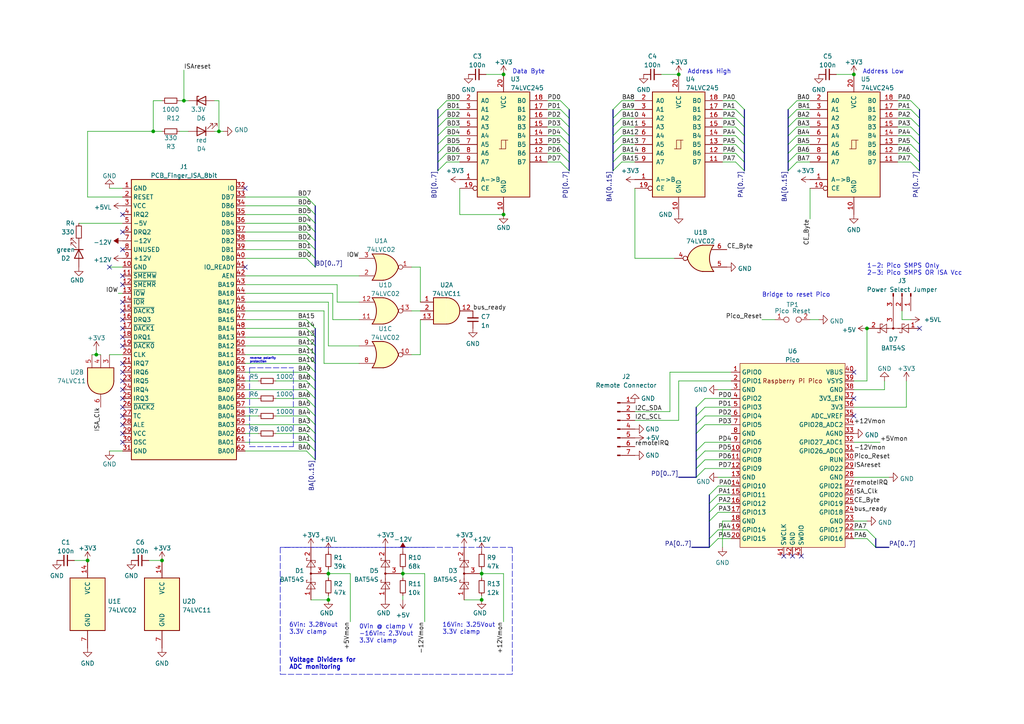
<source format=kicad_sch>
(kicad_sch (version 20211123) (generator eeschema)
  (paper "A4")
  (title_block (title "PicoPOST Prototype") (date "2023-01-01") (rev "0.6") (company "The Retro Web Community") (comment 1 "Schematic by Matthew Petry (fireTwoOneNine) and other contributors"))
  (junction (at 25.4 162.56))
  (junction (at 251.46 95.25))
  (junction (at 116.84 166.37))
  (junction (at 139.7 166.37))
  (junction (at 44.45 38.1))
  (junction (at 196.85 21.59))
  (junction (at 46.99 162.56))
  (junction (at 139.7 173.99))
  (junction (at 63.5 38.1))
  (junction (at 95.25 173.99))
  (junction (at 247.65 21.59))
  (junction (at 53.34 29.21))
  (junction (at 146.05 21.59))
  (junction (at 27.94 102.87))
  (junction (at 95.25 166.37))
  (junction (at 146.05 62.23))
  (no_connect (at 35.56 107.95))
  (no_connect (at 31.75 77.47))
  (no_connect (at 35.56 97.79))
  (no_connect (at 71.12 77.47))
  (no_connect (at 71.12 54.61))
  (no_connect (at 35.56 115.57))
  (no_connect (at 35.56 80.01))
  (no_connect (at 247.65 115.57))
  (no_connect (at 35.56 110.49))
  (no_connect (at 35.56 120.65))
  (no_connect (at 35.56 92.71))
  (no_connect (at 35.56 105.41))
  (no_connect (at 35.56 123.19))
  (no_connect (at 35.56 118.11))
  (no_connect (at 35.56 100.33))
  (no_connect (at 35.56 87.63))
  (no_connect (at 35.56 128.27))
  (no_connect (at 227.33 161.29))
  (no_connect (at 229.87 161.29))
  (no_connect (at 232.41 161.29))
  (no_connect (at 266.7 95.25))
  (no_connect (at 247.65 120.65))
  (no_connect (at 35.56 125.73))
  (no_connect (at 35.56 82.55))
  (no_connect (at 35.56 62.23))
  (no_connect (at 35.56 90.17))
  (no_connect (at 35.56 95.25))
  (no_connect (at 35.56 72.39))
  (no_connect (at 247.65 107.95))
  (no_connect (at 35.56 113.03))
  (no_connect (at 35.56 67.31))
  (bus_entry (at 213.36 36.83) (size 2.54 2.54))
  (bus_entry (at 213.36 34.29) (size 2.54 2.54))
  (bus_entry (at 264.16 34.29) (size 2.54 2.54))
  (bus_entry (at 88.9 59.69) (size 2.54 2.54))
  (bus_entry (at 231.14 44.45) (size -2.54 2.54))
  (bus_entry (at 213.36 46.99) (size 2.54 2.54))
  (bus_entry (at 264.16 41.91) (size 2.54 2.54))
  (bus_entry (at 213.36 29.21) (size 2.54 2.54))
  (bus_entry (at 88.9 128.27) (size 2.54 2.54))
  (bus_entry (at 88.9 113.03) (size 2.54 2.54))
  (bus_entry (at 231.14 31.75) (size -2.54 2.54))
  (bus_entry (at 213.36 39.37) (size 2.54 2.54))
  (bus_entry (at 231.14 39.37) (size -2.54 2.54))
  (bus_entry (at 231.14 46.99) (size -2.54 2.54))
  (bus_entry (at 205.74 151.13) (size 2.54 -2.54))
  (bus_entry (at 88.9 118.11) (size 2.54 2.54))
  (bus_entry (at 88.9 72.39) (size 2.54 2.54))
  (bus_entry (at 205.74 146.05) (size 2.54 -2.54))
  (bus_entry (at 264.16 29.21) (size 2.54 2.54))
  (bus_entry (at 129.54 46.99) (size -2.54 2.54))
  (bus_entry (at 129.54 44.45) (size -2.54 2.54))
  (bus_entry (at 129.54 34.29) (size -2.54 2.54))
  (bus_entry (at 129.54 36.83) (size -2.54 2.54))
  (bus_entry (at 129.54 39.37) (size -2.54 2.54))
  (bus_entry (at 129.54 41.91) (size -2.54 2.54))
  (bus_entry (at 88.9 105.41) (size 2.54 2.54))
  (bus_entry (at 129.54 31.75) (size -2.54 2.54))
  (bus_entry (at 88.9 67.31) (size 2.54 2.54))
  (bus_entry (at 88.9 110.49) (size 2.54 2.54))
  (bus_entry (at 180.34 46.99) (size -2.54 2.54))
  (bus_entry (at 180.34 44.45) (size -2.54 2.54))
  (bus_entry (at 180.34 39.37) (size -2.54 2.54))
  (bus_entry (at 180.34 41.91) (size -2.54 2.54))
  (bus_entry (at 180.34 31.75) (size -2.54 2.54))
  (bus_entry (at 180.34 34.29) (size -2.54 2.54))
  (bus_entry (at 180.34 29.21) (size -2.54 2.54))
  (bus_entry (at 180.34 36.83) (size -2.54 2.54))
  (bus_entry (at 88.9 115.57) (size 2.54 2.54))
  (bus_entry (at 88.9 100.33) (size 2.54 2.54))
  (bus_entry (at 264.16 39.37) (size 2.54 2.54))
  (bus_entry (at 264.16 44.45) (size 2.54 2.54))
  (bus_entry (at 88.9 92.71) (size 2.54 2.54))
  (bus_entry (at 213.36 44.45) (size 2.54 2.54))
  (bus_entry (at 88.9 102.87) (size 2.54 2.54))
  (bus_entry (at 208.28 156.21) (size -2.54 2.54))
  (bus_entry (at 208.28 153.67) (size -2.54 2.54))
  (bus_entry (at 88.9 95.25) (size 2.54 2.54))
  (bus_entry (at 88.9 69.85) (size 2.54 2.54))
  (bus_entry (at 231.14 41.91) (size -2.54 2.54))
  (bus_entry (at 201.93 130.81) (size 2.54 -2.54))
  (bus_entry (at 201.93 125.73) (size 2.54 -2.54))
  (bus_entry (at 201.93 133.35) (size 2.54 -2.54))
  (bus_entry (at 201.93 118.11) (size 2.54 -2.54))
  (bus_entry (at 201.93 123.19) (size 2.54 -2.54))
  (bus_entry (at 201.93 120.65) (size 2.54 -2.54))
  (bus_entry (at 201.93 138.43) (size 2.54 -2.54))
  (bus_entry (at 201.93 135.89) (size 2.54 -2.54))
  (bus_entry (at 162.56 41.91) (size 2.54 2.54))
  (bus_entry (at 162.56 29.21) (size 2.54 2.54))
  (bus_entry (at 162.56 31.75) (size 2.54 2.54))
  (bus_entry (at 162.56 34.29) (size 2.54 2.54))
  (bus_entry (at 162.56 36.83) (size 2.54 2.54))
  (bus_entry (at 162.56 39.37) (size 2.54 2.54))
  (bus_entry (at 162.56 44.45) (size 2.54 2.54))
  (bus_entry (at 162.56 46.99) (size 2.54 2.54))
  (bus_entry (at 264.16 36.83) (size 2.54 2.54))
  (bus_entry (at 205.74 148.59) (size 2.54 -2.54))
  (bus_entry (at 88.9 64.77) (size 2.54 2.54))
  (bus_entry (at 88.9 130.81) (size 2.54 2.54))
  (bus_entry (at 88.9 57.15) (size 2.54 2.54))
  (bus_entry (at 88.9 62.23) (size 2.54 2.54))
  (bus_entry (at 88.9 97.79) (size 2.54 2.54))
  (bus_entry (at 205.74 143.51) (size 2.54 -2.54))
  (bus_entry (at 264.16 46.99) (size 2.54 2.54))
  (bus_entry (at 264.16 31.75) (size 2.54 2.54))
  (bus_entry (at 231.14 29.21) (size -2.54 2.54))
  (bus_entry (at 88.9 123.19) (size 2.54 2.54))
  (bus_entry (at 251.46 156.21) (size 2.54 2.54))
  (bus_entry (at 251.46 153.67) (size 2.54 2.54))
  (bus_entry (at 127 31.75) (size 2.54 -2.54))
  (bus_entry (at 213.36 41.91) (size 2.54 2.54))
  (bus_entry (at 88.9 120.65) (size 2.54 2.54))
  (bus_entry (at 213.36 31.75) (size 2.54 2.54))
  (bus_entry (at 88.9 125.73) (size 2.54 2.54))
  (bus_entry (at 231.14 36.83) (size -2.54 2.54))
  (bus_entry (at 88.9 107.95) (size 2.54 2.54))
  (bus_entry (at 231.14 34.29) (size -2.54 2.54))
  (bus_entry (at 88.9 74.93) (size 2.54 2.54))
  (wire (pts (xy 101.6 166.37) (xy 101.6 180.34)))
  (wire (pts (xy 71.12 118.11) (xy 88.9 118.11)))
  (wire (pts (xy 139.7 173.99) (xy 139.7 172.72)))
  (bus (pts (xy 165.1 36.83) (xy 165.1 39.37)))
  (wire (pts (xy 80.01 120.65) (xy 88.9 120.65)))
  (wire (pts (xy 140.97 21.59) (xy 146.05 21.59)))
  (polyline (pts (xy 72.39 106.68) (xy 72.39 129.54)))
  (wire (pts (xy 31.75 54.61) (xy 35.56 54.61)))
  (wire (pts (xy 62.23 38.1) (xy 63.5 38.1)))
  (wire (pts (xy 96.52 85.09) (xy 96.52 92.71)))
  (wire (pts (xy 251.46 153.67) (xy 247.65 153.67)))
  (wire (pts (xy 71.12 125.73) (xy 74.93 125.73)))
  (wire (pts (xy 95.25 166.37) (xy 101.6 166.37)))
  (wire (pts (xy 71.12 85.09) (xy 96.52 85.09)))
  (wire (pts (xy 95.25 173.99) (xy 95.25 172.72)))
  (bus (pts (xy 91.44 110.49) (xy 91.44 113.03)))
  (wire (pts (xy 31.75 77.47) (xy 35.56 77.47)))
  (bus (pts (xy 91.44 120.65) (xy 91.44 123.19)))
  (bus (pts (xy 91.44 125.73) (xy 91.44 128.27)))
  (wire (pts (xy 158.75 41.91) (xy 162.56 41.91)))
  (wire (pts (xy 184.15 119.38) (xy 194.31 119.38)))
  (wire (pts (xy 71.12 110.49) (xy 74.93 110.49)))
  (wire (pts (xy 247.65 151.13) (xy 251.46 151.13)))
  (wire (pts (xy 180.34 41.91) (xy 184.15 41.91)))
  (bus (pts (xy 201.93 133.35) (xy 201.93 135.89)))
  (wire (pts (xy 116.84 165.1) (xy 116.84 166.37)))
  (wire (pts (xy 209.55 29.21) (xy 213.36 29.21)))
  (wire (pts (xy 231.14 44.45) (xy 234.95 44.45)))
  (wire (pts (xy 133.35 54.61) (xy 133.35 62.23)))
  (wire (pts (xy 71.12 120.65) (xy 74.93 120.65)))
  (wire (pts (xy 231.14 39.37) (xy 234.95 39.37)))
  (bus (pts (xy 266.7 34.29) (xy 266.7 36.83)))
  (wire (pts (xy 71.12 113.03) (xy 88.9 113.03)))
  (wire (pts (xy 158.75 44.45) (xy 162.56 44.45)))
  (wire (pts (xy 35.56 85.09) (xy 34.29 85.09)))
  (bus (pts (xy 91.44 130.81) (xy 91.44 133.35)))
  (wire (pts (xy 204.47 133.35) (xy 212.09 133.35)))
  (bus (pts (xy 91.44 105.41) (xy 91.44 107.95)))
  (wire (pts (xy 71.12 74.93) (xy 88.9 74.93)))
  (wire (pts (xy 204.47 118.11) (xy 212.09 118.11)))
  (wire (pts (xy 71.12 90.17) (xy 93.98 90.17)))
  (wire (pts (xy 93.98 105.41) (xy 104.14 105.41)))
  (bus (pts (xy 200.66 158.75) (xy 205.74 158.75)))
  (bus (pts (xy 215.9 31.75) (xy 215.9 34.29)))
  (wire (pts (xy 71.12 59.69) (xy 88.9 59.69)))
  (wire (pts (xy 95.25 87.63) (xy 95.25 100.33)))
  (bus (pts (xy 91.44 67.31) (xy 91.44 64.77)))
  (polyline (pts (xy 82.55 158.75) (xy 83.82 158.75)))
  (bus (pts (xy 91.44 69.85) (xy 91.44 67.31)))
  (bus (pts (xy 165.1 46.99) (xy 165.1 49.53)))
  (wire (pts (xy 242.57 21.59) (xy 247.65 21.59)))
  (wire (pts (xy 71.12 80.01) (xy 104.14 80.01)))
  (wire (pts (xy 71.12 72.39) (xy 88.9 72.39)))
  (bus (pts (xy 127 44.45) (xy 127 46.99)))
  (wire (pts (xy 234.95 54.61) (xy 234.95 63.5)))
  (wire (pts (xy 180.34 29.21) (xy 184.15 29.21)))
  (wire (pts (xy 97.79 82.55) (xy 71.12 82.55)))
  (wire (pts (xy 204.47 115.57) (xy 212.09 115.57)))
  (bus (pts (xy 205.74 151.13) (xy 205.74 156.21)))
  (wire (pts (xy 247.65 138.43) (xy 257.81 138.43)))
  (wire (pts (xy 71.12 130.81) (xy 88.9 130.81)))
  (wire (pts (xy 208.28 156.21) (xy 212.09 156.21)))
  (wire (pts (xy 260.35 44.45) (xy 264.16 44.45)))
  (wire (pts (xy 180.34 34.29) (xy 184.15 34.29)))
  (wire (pts (xy 158.75 46.99) (xy 162.56 46.99)))
  (bus (pts (xy 177.8 46.99) (xy 177.8 49.53)))
  (wire (pts (xy 209.55 39.37) (xy 213.36 39.37)))
  (wire (pts (xy 62.23 29.21) (xy 63.5 29.21)))
  (wire (pts (xy 71.12 92.71) (xy 88.9 92.71)))
  (bus (pts (xy 266.7 31.75) (xy 266.7 34.29)))
  (wire (pts (xy 116.84 166.37) (xy 116.84 167.64)))
  (wire (pts (xy 212.09 110.49) (xy 196.85 110.49)))
  (wire (pts (xy 260.35 41.91) (xy 264.16 41.91)))
  (bus (pts (xy 215.9 46.99) (xy 215.9 49.53)))
  (wire (pts (xy 129.54 41.91) (xy 133.35 41.91)))
  (wire (pts (xy 261.62 90.17) (xy 261.62 92.71)))
  (wire (pts (xy 119.38 77.47) (xy 121.92 77.47)))
  (wire (pts (xy 209.55 44.45) (xy 213.36 44.45)))
  (wire (pts (xy 212.09 107.95) (xy 194.31 107.95)))
  (wire (pts (xy 43.18 162.56) (xy 46.99 162.56)))
  (wire (pts (xy 46.99 29.21) (xy 44.45 29.21)))
  (wire (pts (xy 204.47 123.19) (xy 212.09 123.19)))
  (wire (pts (xy 133.35 62.23) (xy 146.05 62.23)))
  (bus (pts (xy 127 39.37) (xy 127 41.91)))
  (bus (pts (xy 177.8 31.75) (xy 177.8 34.29)))
  (wire (pts (xy 25.4 57.15) (xy 35.56 57.15)))
  (wire (pts (xy 208.28 138.43) (xy 212.09 138.43)))
  (bus (pts (xy 165.1 39.37) (xy 165.1 41.91)))
  (wire (pts (xy 27.94 102.87) (xy 29.21 102.87)))
  (wire (pts (xy 54.61 38.1) (xy 52.07 38.1)))
  (wire (pts (xy 180.34 39.37) (xy 184.15 39.37)))
  (wire (pts (xy 46.99 38.1) (xy 44.45 38.1)))
  (wire (pts (xy 204.47 130.81) (xy 212.09 130.81)))
  (bus (pts (xy 127 31.75) (xy 127 34.29)))
  (wire (pts (xy 71.12 100.33) (xy 88.9 100.33)))
  (bus (pts (xy 205.74 148.59) (xy 205.74 151.13)))
  (wire (pts (xy 71.12 69.85) (xy 88.9 69.85)))
  (wire (pts (xy 71.12 105.41) (xy 88.9 105.41)))
  (bus (pts (xy 196.85 138.43) (xy 201.93 138.43)))
  (wire (pts (xy 25.4 38.1) (xy 44.45 38.1)))
  (bus (pts (xy 254 156.21) (xy 254 158.75)))
  (polyline (pts (xy 82.55 158.75) (xy 124.46 158.75)))
  (bus (pts (xy 201.93 135.89) (xy 201.93 138.43)))
  (wire (pts (xy 208.2612 156.21) (xy 208.28 156.21)))
  (wire (pts (xy 184.15 74.93) (xy 195.58 74.93)))
  (wire (pts (xy 231.14 36.83) (xy 234.95 36.83)))
  (wire (pts (xy 71.12 97.79) (xy 88.9 97.79)))
  (polyline (pts (xy 81.28 158.75) (xy 124.46 158.75)))
  (wire (pts (xy 196.85 110.49) (xy 196.85 121.92)))
  (wire (pts (xy 80.01 115.57) (xy 88.9 115.57)))
  (bus (pts (xy 205.74 156.21) (xy 205.74 158.75)))
  (wire (pts (xy 129.54 44.45) (xy 133.35 44.45)))
  (wire (pts (xy 54.61 29.21) (xy 53.34 29.21)))
  (wire (pts (xy 95.25 166.37) (xy 95.25 167.64)))
  (wire (pts (xy 209.55 34.29) (xy 213.36 34.29)))
  (wire (pts (xy 158.75 39.37) (xy 162.56 39.37)))
  (wire (pts (xy 209.55 151.13) (xy 209.55 158.75)))
  (bus (pts (xy 91.44 64.77) (xy 91.44 62.23)))
  (wire (pts (xy 194.31 107.95) (xy 194.31 119.38)))
  (wire (pts (xy 191.77 21.59) (xy 196.85 21.59)))
  (wire (pts (xy 212.09 151.13) (xy 209.55 151.13)))
  (bus (pts (xy 266.7 39.37) (xy 266.7 41.91)))
  (bus (pts (xy 228.6 39.37) (xy 228.6 41.91)))
  (bus (pts (xy 266.7 41.91) (xy 266.7 44.45)))
  (bus (pts (xy 177.8 41.91) (xy 177.8 44.45)))
  (wire (pts (xy 95.25 100.33) (xy 104.14 100.33)))
  (polyline (pts (xy 148.59 158.75) (xy 148.59 195.58)))
  (bus (pts (xy 91.44 62.23) (xy 91.44 59.69)))
  (wire (pts (xy 31.75 130.81) (xy 35.56 130.81)))
  (bus (pts (xy 91.44 102.87) (xy 91.44 105.41)))
  (wire (pts (xy 204.47 120.65) (xy 212.09 120.65)))
  (bus (pts (xy 228.6 31.75) (xy 228.6 34.29)))
  (wire (pts (xy 71.12 115.57) (xy 74.93 115.57)))
  (wire (pts (xy 212.09 140.97) (xy 208.28 140.97)))
  (bus (pts (xy 91.44 95.25) (xy 91.44 97.79)))
  (wire (pts (xy 71.12 107.95) (xy 88.9 107.95)))
  (wire (pts (xy 204.47 135.89) (xy 212.09 135.89)))
  (bus (pts (xy 215.9 44.45) (xy 215.9 46.99)))
  (wire (pts (xy 93.98 90.17) (xy 93.98 105.41)))
  (wire (pts (xy 231.14 29.21) (xy 234.95 29.21)))
  (wire (pts (xy 209.55 31.75) (xy 213.36 31.75)))
  (wire (pts (xy 129.54 36.83) (xy 133.35 36.83)))
  (bus (pts (xy 201.93 130.81) (xy 201.93 133.35)))
  (wire (pts (xy 116.84 166.37) (xy 123.19 166.37)))
  (bus (pts (xy 91.44 100.33) (xy 91.44 102.87)))
  (bus (pts (xy 165.1 41.91) (xy 165.1 44.45)))
  (wire (pts (xy 180.34 31.75) (xy 184.15 31.75)))
  (polyline (pts (xy 124.46 158.75) (xy 148.59 158.75)))
  (wire (pts (xy 251.46 156.21) (xy 247.65 156.21)))
  (wire (pts (xy 71.12 64.77) (xy 88.9 64.77)))
  (bus (pts (xy 266.7 46.99) (xy 266.7 49.53)))
  (wire (pts (xy 129.54 39.37) (xy 133.35 39.37)))
  (wire (pts (xy 139.7 166.37) (xy 139.7 167.64)))
  (bus (pts (xy 127 36.83) (xy 127 39.37)))
  (wire (pts (xy 256.54 113.03) (xy 256.54 110.49)))
  (bus (pts (xy 91.44 97.79) (xy 91.44 100.33)))
  (wire (pts (xy 231.14 46.99) (xy 234.95 46.99)))
  (wire (pts (xy 71.12 67.31) (xy 88.9 67.31)))
  (bus (pts (xy 266.7 44.45) (xy 266.7 46.99)))
  (wire (pts (xy 231.14 31.75) (xy 234.95 31.75)))
  (bus (pts (xy 215.9 39.37) (xy 215.9 41.91)))
  (bus (pts (xy 91.44 72.39) (xy 91.44 69.85)))
  (bus (pts (xy 266.7 36.83) (xy 266.7 39.37)))
  (polyline (pts (xy 72.39 106.68) (xy 85.09 106.68)))
  (wire (pts (xy 71.12 57.15) (xy 88.9 57.15)))
  (wire (pts (xy 71.12 95.25) (xy 88.9 95.25)))
  (wire (pts (xy 119.38 90.17) (xy 121.92 90.17)))
  (wire (pts (xy 27.94 102.87) (xy 26.67 102.87)))
  (wire (pts (xy 129.54 31.75) (xy 133.35 31.75)))
  (wire (pts (xy 97.79 87.63) (xy 97.79 82.55)))
  (bus (pts (xy 205.74 143.51) (xy 205.74 146.05)))
  (bus (pts (xy 228.6 46.99) (xy 228.6 49.53)))
  (polyline (pts (xy 72.39 129.54) (xy 85.09 129.54)))
  (wire (pts (xy 180.34 36.83) (xy 184.15 36.83)))
  (bus (pts (xy 228.6 41.91) (xy 228.6 44.45)))
  (wire (pts (xy 121.92 102.87) (xy 121.92 92.71)))
  (wire (pts (xy 247.65 113.03) (xy 256.54 113.03)))
  (wire (pts (xy 261.62 92.71) (xy 264.16 92.71)))
  (wire (pts (xy 129.54 34.29) (xy 133.35 34.29)))
  (wire (pts (xy 96.52 92.71) (xy 104.14 92.71)))
  (wire (pts (xy 260.35 39.37) (xy 264.16 39.37)))
  (bus (pts (xy 91.44 128.27) (xy 91.44 130.81)))
  (bus (pts (xy 228.6 36.83) (xy 228.6 39.37)))
  (wire (pts (xy 212.09 148.59) (xy 208.28 148.59)))
  (wire (pts (xy 116.84 173.99) (xy 116.84 172.72)))
  (wire (pts (xy 212.09 146.05) (xy 208.28 146.05)))
  (wire (pts (xy 180.34 44.45) (xy 184.15 44.45)))
  (wire (pts (xy 158.75 29.21) (xy 162.56 29.21)))
  (wire (pts (xy 129.54 29.21) (xy 133.35 29.21)))
  (bus (pts (xy 127 34.29) (xy 127 36.83)))
  (wire (pts (xy 247.65 128.27) (xy 255.27 128.27)))
  (wire (pts (xy 139.7 165.1) (xy 139.7 166.37)))
  (polyline (pts (xy 81.28 195.58) (xy 124.46 195.58)))
  (polyline (pts (xy 148.59 195.58) (xy 124.46 195.58)))
  (wire (pts (xy 158.75 36.83) (xy 162.56 36.83)))
  (wire (pts (xy 123.19 166.37) (xy 123.19 180.34)))
  (bus (pts (xy 215.9 41.91) (xy 215.9 44.45)))
  (bus (pts (xy 177.8 36.83) (xy 177.8 39.37)))
  (bus (pts (xy 91.44 77.47) (xy 91.44 74.93)))
  (wire (pts (xy 71.12 128.27) (xy 88.9 128.27)))
  (bus (pts (xy 205.74 146.05) (xy 205.74 148.59)))
  (bus (pts (xy 165.1 44.45) (xy 165.1 46.99)))
  (wire (pts (xy 212.09 143.51) (xy 208.28 143.51)))
  (bus (pts (xy 177.8 44.45) (xy 177.8 46.99)))
  (bus (pts (xy 201.93 120.65) (xy 201.93 123.19)))
  (bus (pts (xy 91.44 118.11) (xy 91.44 120.65)))
  (bus (pts (xy 228.6 44.45) (xy 228.6 46.99)))
  (bus (pts (xy 254 158.75) (xy 257.81 158.75)))
  (bus (pts (xy 215.9 34.29) (xy 215.9 36.83)))
  (bus (pts (xy 91.44 107.95) (xy 91.44 110.49)))
  (wire (pts (xy 180.34 46.99) (xy 184.15 46.99)))
  (wire (pts (xy 71.12 123.19) (xy 88.9 123.19)))
  (bus (pts (xy 177.8 39.37) (xy 177.8 41.91)))
  (wire (pts (xy 231.14 41.91) (xy 234.95 41.91)))
  (wire (pts (xy 209.55 41.91) (xy 213.36 41.91)))
  (bus (pts (xy 91.44 74.93) (xy 91.44 72.39)))
  (wire (pts (xy 97.79 87.63) (xy 104.14 87.63)))
  (wire (pts (xy 22.86 64.77) (xy 35.56 64.77)))
  (wire (pts (xy 184.15 54.61) (xy 184.15 74.93)))
  (bus (pts (xy 201.93 125.73) (xy 201.93 130.81)))
  (wire (pts (xy 121.92 77.47) (xy 121.92 87.63)))
  (wire (pts (xy 251.46 110.49) (xy 251.46 95.25)))
  (wire (pts (xy 25.4 57.15) (xy 25.4 38.1)))
  (wire (pts (xy 262.89 118.11) (xy 247.65 118.11)))
  (bus (pts (xy 91.44 123.19) (xy 91.44 125.73)))
  (polyline (pts (xy 85.09 129.54) (xy 85.09 106.68)))
  (wire (pts (xy 119.38 102.87) (xy 121.92 102.87)))
  (wire (pts (xy 27.94 101.6) (xy 27.94 102.87)))
  (wire (pts (xy 146.05 166.37) (xy 146.05 180.34)))
  (wire (pts (xy 80.01 110.49) (xy 88.9 110.49)))
  (bus (pts (xy 165.1 34.29) (xy 165.1 36.83)))
  (wire (pts (xy 53.34 29.21) (xy 53.34 20.32)))
  (wire (pts (xy 234.95 92.71) (xy 237.49 92.71)))
  (wire (pts (xy 139.7 166.37) (xy 146.05 166.37)))
  (bus (pts (xy 201.93 118.11) (xy 201.93 120.65)))
  (wire (pts (xy 63.5 38.1) (xy 64.77 38.1)))
  (wire (pts (xy 260.35 34.29) (xy 264.16 34.29)))
  (wire (pts (xy 247.65 110.49) (xy 251.46 110.49)))
  (wire (pts (xy 53.34 29.21) (xy 52.07 29.21)))
  (bus (pts (xy 177.8 34.29) (xy 177.8 36.83)))
  (wire (pts (xy 220.98 92.71) (xy 224.79 92.71)))
  (bus (pts (xy 228.6 34.29) (xy 228.6 36.83)))
  (wire (pts (xy 231.14 34.29) (xy 234.95 34.29)))
  (wire (pts (xy 204.47 128.27) (xy 212.09 128.27)))
  (wire (pts (xy 208.28 153.67) (xy 212.09 153.67)))
  (wire (pts (xy 209.55 36.83) (xy 213.36 36.83)))
  (wire (pts (xy 158.75 34.29) (xy 162.56 34.29)))
  (wire (pts (xy 260.35 46.99) (xy 264.16 46.99)))
  (polyline (pts (xy 81.28 158.75) (xy 81.28 195.58)))
  (bus (pts (xy 165.1 31.75) (xy 165.1 34.29)))
  (wire (pts (xy 209.55 46.99) (xy 213.36 46.99)))
  (bus (pts (xy 127 46.99) (xy 127 49.53)))
  (bus (pts (xy 91.44 115.57) (xy 91.44 118.11)))
  (bus (pts (xy 201.93 123.19) (xy 201.93 125.73)))
  (wire (pts (xy 90.17 173.99) (xy 95.25 173.99)))
  (bus (pts (xy 127 41.91) (xy 127 44.45)))
  (wire (pts (xy 134.62 173.99) (xy 139.7 173.99)))
  (wire (pts (xy 71.12 87.63) (xy 95.25 87.63)))
  (wire (pts (xy 158.75 31.75) (xy 162.56 31.75)))
  (wire (pts (xy 80.01 125.73) (xy 88.9 125.73)))
  (wire (pts (xy 44.45 38.1) (xy 44.45 29.21)))
  (wire (pts (xy 31.75 102.87) (xy 35.56 102.87)))
  (wire (pts (xy 95.25 165.1) (xy 95.25 166.37)))
  (wire (pts (xy 71.12 102.87) (xy 88.9 102.87)))
  (wire (pts (xy 208.28 153.67) (xy 208.2612 153.67)))
  (bus (pts (xy 215.9 36.83) (xy 215.9 39.37)))
  (wire (pts (xy 184.15 121.92) (xy 196.85 121.92)))
  (bus (pts (xy 91.44 113.03) (xy 91.44 115.57)))
  (wire (pts (xy 129.54 46.99) (xy 133.35 46.99)))
  (wire (pts (xy 262.89 110.49) (xy 262.89 118.11)))
  (wire (pts (xy 260.35 36.83) (xy 264.16 36.83)))
  (wire (pts (xy 260.35 31.75) (xy 264.16 31.75)))
  (wire (pts (xy 71.12 62.23) (xy 88.9 62.23)))
  (wire (pts (xy 63.5 38.1) (xy 63.5 29.21)))
  (wire (pts (xy 21.59 162.56) (xy 25.4 162.56)))
  (wire (pts (xy 208.28 113.03) (xy 212.09 113.03)))
  (wire (pts (xy 260.35 29.21) (xy 264.16 29.21)))
  (text "6Vin: 3.28Vout\n3.3V clamp" (at 83.82 184.15 0) (effects (font (size 1.27 1.27)) (justify left bottom)))
  (text "Voltage Dividers for\nADC monitoring" (at 83.82 194.31 0) (effects (font (size 1.27 1.27) (thickness 0.254) bold) (justify left bottom)))
  (text "reverse polarity\nprotection" (at 72.39 105.41 0) (effects (font (size 0.635 0.635)) (justify left bottom)))
  (text "Data Byte\n" (at 148.59 21.59 0) (effects (font (size 1.27 1.27)) (justify left bottom)))
  (text "Bridge to reset Pico" (at 220.98 86.36 0) (effects (font (size 1.27 1.27)) (justify left bottom)))
  (text "0Vin @ clamp V\n-16Vin: 2.3Vout\n3.3V clamp" (at 104.14 186.69 0) (effects (font (size 1.27 1.27)) (justify left bottom)))
  (text "Address High" (at 199.39 21.59 0) (effects (font (size 1.27 1.27)) (justify left bottom)))
  (text "1-2: Pico SMPS Only\n2-3: Pico SMPS OR ISA Vcc" (at 251.46 80.01 0) (effects (font (size 1.27 1.27)) (justify left bottom)))
  (text "Address Low" (at 250.19 21.59 0) (effects (font (size 1.27 1.27)) (justify left bottom)))
  (text "16Vin: 3.25Vout\n3.3V clamp" (at 128.27 184.15 0) (effects (font (size 1.27 1.27)) (justify left bottom)))
  (label "BA[0..15]" (at 91.44 133.35 270))
  (label "BD3" (at 129.54 36.83 0))
  (label "BA5" (at 231.14 41.91 0))
  (label "BA11" (at 86.36 102.87 0))
  (label "PA[0..7]" (at 266.7 49.53 270))
  (label "BD5" (at 86.36 62.23 0))
  (label "+5Vmon" (at 101.6 180.34 270))
  (label "PA2" (at 209.55 34.29 0))
  (label "PA0" (at 209.55 29.21 0))
  (label "BA8" (at 86.36 110.49 0))
  (label "PD0" (at 208.28 115.57 0))
  (label "BA7" (at 231.14 46.99 0))
  (label "BA3" (at 231.14 36.83 0))
  (label "PD5" (at 158.75 41.91 0))
  (label "ISA_Clk" (at 29.21 118.11 270))
  (label "ISAreset" (at 53.34 20.32 0))
  (label "PA[0..7]" (at 257.81 158.75 0))
  (label "BA14" (at 86.36 95.25 0))
  (label "BD6" (at 129.54 44.45 0))
  (label "BD0" (at 86.36 74.93 0))
  (label "CE_Byte" (at 234.95 63.5 270))
  (label "PD2" (at 158.75 34.29 0))
  (label "-12Vmon" (at 247.65 130.81 0))
  (label "PA3" (at 208.28 148.59 0))
  (label "PD4" (at 208.28 128.27 0))
  (label "BA4" (at 86.36 120.65 0))
  (label "PA7" (at 247.65 153.67 0))
  (label "BD2" (at 86.36 69.85 0))
  (label "BA9" (at 86.36 107.95 0))
  (label "PA6" (at 247.65 156.21 0))
  (label "Pico_Reset" (at 220.98 92.71 180))
  (label "PD1" (at 158.75 31.75 0))
  (label "BD[0..7]" (at 91.44 77.47 0))
  (label "BA8" (at 180.34 29.21 0))
  (label "BA6" (at 231.14 44.45 0))
  (label "BD0" (at 129.54 29.21 0))
  (label "remoteIRQ" (at 184.15 129.54 0))
  (label "PD3" (at 208.28 123.19 0))
  (label "BD3" (at 86.36 67.31 0))
  (label "PA4" (at 209.55 39.37 0))
  (label "+12Vmon" (at 146.05 180.34 270))
  (label "BD6" (at 86.36 59.69 0))
  (label "I2C_SCL" (at 184.15 121.92 0))
  (label "PD3" (at 158.75 36.83 0))
  (label "PA3" (at 260.35 36.83 0))
  (label "BA13" (at 86.36 97.79 0))
  (label "PA7" (at 209.55 46.99 0))
  (label "BA0" (at 231.14 29.21 0))
  (label "ISAreset" (at 247.65 135.89 0))
  (label "PD[0..7]" (at 165.1 49.53 270))
  (label "PA2" (at 260.35 34.29 0))
  (label "IOW" (at 104.14 74.93 180))
  (label "PD5" (at 208.28 130.81 0))
  (label "I2C_SDA" (at 184.15 119.38 0))
  (label "PD7" (at 208.28 135.89 0))
  (label "PD[0..7]" (at 196.85 138.43 180))
  (label "BD5" (at 129.54 41.91 0))
  (label "PA[0..7]" (at 215.9 49.53 270))
  (label "CE_Byte" (at 247.65 146.05 0))
  (label "ISA_Clk" (at 247.65 143.51 0))
  (label "BA2" (at 231.14 34.29 0))
  (label "BA1" (at 86.36 128.27 0))
  (label "PA0" (at 260.35 29.21 0))
  (label "BA1" (at 231.322 31.75 0))
  (label "PA4" (at 260.35 39.37 0))
  (label "+12Vmon" (at 247.65 123.19 0))
  (label "BA14" (at 180.34 44.45 0))
  (label "BA15" (at 86.36 92.71 0))
  (label "BD2" (at 129.54 34.29 0))
  (label "bus_ready" (at 247.65 148.59 0))
  (label "PD6" (at 158.75 44.45 0))
  (label "BD7" (at 86.36 57.15 0))
  (label "PA1" (at 260.35 31.75 0))
  (label "PA1" (at 208.28 143.51 0))
  (label "remoteIRQ" (at 247.65 140.97 0))
  (label "BA4" (at 231.14 39.37 0))
  (label "BA11" (at 180.34 36.83 0))
  (label "BA0" (at 86.36 130.81 0))
  (label "PA3" (at 209.55 36.83 0))
  (label "BA6" (at 86.36 115.57 0))
  (label "BD1" (at 86.36 72.39 0))
  (label "BA7" (at 86.36 113.03 0))
  (label "BA5" (at 86.36 118.11 0))
  (label "IOW" (at 34.29 85.09 180))
  (label "PD2" (at 208.28 120.65 0))
  (label "PD1" (at 208.28 118.11 0))
  (label "BD4" (at 86.36 64.77 0))
  (label "BD1" (at 129.54 31.75 0))
  (label "BA10" (at 180.34 34.29 0))
  (label "BA[0..15]" (at 177.8 49.53 270))
  (label "BA12" (at 86.36 100.33 0))
  (label "PD4" (at 158.75 39.37 0))
  (label "PA2" (at 208.28 146.05 0))
  (label "BA10" (at 86.36 105.41 0))
  (label "PA[0..7]" (at 200.66 158.75 180))
  (label "BA9" (at 180.34 31.75 0))
  (label "BD4" (at 129.54 39.37 0))
  (label "PA7" (at 260.35 46.99 0))
  (label "PA4" (at 208.28 153.67 0))
  (label "BA[0..15]" (at 228.6 49.53 270))
  (label "BD[0..7]" (at 127 49.53 270))
  (label "PD7" (at 158.75 46.99 0))
  (label "PA6" (at 260.35 44.45 0))
  (label "BA2" (at 86.36 125.73 0))
  (label "bus_ready" (at 137.16 90.17 0))
  (label "PA0" (at 208.4558 140.97 0))
  (label "PA5" (at 209.55 41.91 0))
  (label "PA5" (at 260.35 41.91 0))
  (label "BA13" (at 180.34 41.91 0))
  (label "BA3" (at 86.36 123.19 0))
  (label "PD6" (at 208.28 133.35 0))
  (label "CE_Byte" (at 210.82 72.39 0))
  (label "PA1" (at 209.55 31.75 0))
  (label "BD7" (at 129.54 46.99 0))
  (label "PD0" (at 158.75 29.21 0))
  (label "+5Vmon" (at 255.27 128.27 0))
  (label "BA15" (at 180.34 46.99 0))
  (label "PA6" (at 209.55 44.45 0))
  (label "-12Vmon" (at 123.19 180.34 270))
  (label "BA12" (at 180.34 39.37 0))
  (label "Pico_Reset" (at 247.65 133.35 0))
  (label "PA5" (at 208.28 156.21 0))
  (symbol (lib_id "Device:R_Small") (at 77.47 125.73 270) (unit 1)
    (property "Reference" "R8" (at 73.66 124.46 90))
    (property "Value" "1000" (at 82.55 124.46 90))
    (property "Footprint" "Resistor_SMD:R_1206_3216Metric_Pad1.30x1.75mm_HandSolder" (effects hide))
  )
  (symbol (lib_id "Device:R_Small") (at 77.47 120.65 270) (unit 1)
    (property "Reference" "R7" (at 73.66 119.38 90))
    (property "Value" "1000" (at 82.55 119.38 90))
    (property "Footprint" "Resistor_SMD:R_1206_3216Metric_Pad1.30x1.75mm_HandSolder" (effects hide))
  )
  (symbol (lib_id "Device:R_Small") (at 77.47 115.57 270) (unit 1)
    (property "Reference" "R6" (at 73.66 114.3 90))
    (property "Value" "1000" (at 82.55 114.3 90))
    (property "Footprint" "Resistor_SMD:R_1206_3216Metric_Pad1.30x1.75mm_HandSolder" (effects hide))
  )
  (symbol (lib_id "Device:R_Small") (at 77.47 110.49 270) (unit 1)
    (property "Reference" "R5" (at 73.66 109.22 90))
    (property "Value" "1000" (at 82.55 109.22 90))
    (property "Footprint" "Resistor_SMD:R_1206_3216Metric_Pad1.30x1.75mm_HandSolder" (effects hide))
  )
  (symbol (lib_id "power:GND") (at 16.51 162.56 0) (unit 1)
    (property "Reference" "#PWR03" (effects hide))
    (property "Value" "GND" (at 16.51 167.0034 0))
  )
  (symbol (lib_id "Device:C_Small") (at 138.43 21.59 90) (unit 1)
    (property "Reference" "C3" (at 138.4363 16.3281 90))
    (property "Value" "100n" (at 138.4363 18.865 90))
    (property "Footprint" "Capacitor_SMD:C_1206_3216Metric_Pad1.33x1.80mm_HandSolder" (effects hide))
  )
  (symbol (lib_id "Device:R_Small") (at 49.53 29.21 270) (unit 1)
    (property "Reference" "R12" (at 48.26 34.29 90) (effects (justify left)))
    (property "Value" "1000" (at 46.99 31.75 90) (effects (justify left)))
    (property "Footprint" "Resistor_SMD:R_1206_3216Metric_Pad1.30x1.75mm_HandSolder" (effects hide))
  )
  (symbol (lib_id "power:GND") (at 146.05 62.23 0) (unit 1)
    (property "Reference" "#PWR07" (effects hide))
    (property "Value" "GND" (at 146.05 66.04 0))
  )
  (symbol (lib_id "power:GND") (at 111.76 173.99 0) (unit 1)
    (property "Reference" "#PWR026" (effects hide))
    (property "Value" "GND" (at 109.22 177.8 0) (effects (justify left)))
  )
  (symbol (lib_id "power:GND") (at 208.28 138.43 270) (unit 1)
    (property "Reference" "#PWR0116" (effects hide))
    (property "Value" "GND" (at 201.93 139.7 90) (effects (justify left)))
  )
  (symbol (lib_id "power:+3.3V") (at 134.62 158.75 0) (unit 1)
    (property "Reference" "#PWR031" (effects hide))
    (property "Value" "+3.3V" (at 134.62 155.1742 0))
  )
  (symbol (lib_id "power:-12V") (at 35.56 69.85 90) (unit 1)
    (property "Reference" "#PWR023" (effects hide))
    (property "Value" "-12V" (at 32.385 70.2838 90) (effects (justify left)))
  )
  (symbol (lib_id "power:GND") (at 186.69 21.59 0) (unit 1)
    (property "Reference" "#PWR0113" (effects hide))
    (property "Value" "GND" (at 186.69 26.0334 0))
  )
  (symbol (lib_id "Device:R_Small") (at 95.25 170.18 0) (unit 1)
    (property "Reference" "R2" (at 96.7486 169.3453 0) (effects (justify left)))
    (property "Value" "47k" (at 96.7486 171.8822 0) (effects (justify left)))
    (property "Footprint" "Resistor_SMD:R_1206_3216Metric_Pad1.30x1.75mm_HandSolder" (effects hide))
  )
  (symbol (lib_id "power:GND") (at 237.49 21.59 0) (unit 1)
    (property "Reference" "#PWR0112" (effects hide))
    (property "Value" "GND" (at 237.49 26.0334 0))
  )
  (symbol (lib_id "74xx:74LS02") (at 111.76 77.47 0) (mirror x) (unit 1)
    (property "Reference" "U1" (at 110.49 69.85 0))
    (property "Value" "74LVC02" (at 110.49 72.39 0))
    (property "Footprint" "Package_SO:SO-14_3.9x8.65mm_P1.27mm" (effects hide))
    (property "Datasheet" "http://www.ti.com/lit/gpn/sn74ls02" (effects hide))
  )
  (symbol (lib_id "Device:C_Small") (at 189.23 21.59 90) (unit 1)
    (property "Reference" "C4" (at 189.2363 16.3281 90))
    (property "Value" "100n" (at 189.2363 18.865 90))
    (property "Footprint" "Capacitor_SMD:C_1206_3216Metric_Pad1.33x1.80mm_HandSolder" (effects hide))
  )
  (symbol (lib_id "power:GND") (at 251.46 151.13 90) (unit 1)
    (property "Reference" "#PWR0109" (effects hide))
    (property "Value" "GND" (at 254.635 151.5638 90) (effects (justify right)))
  )
  (symbol (lib_id "power:+3.3V") (at 262.89 110.49 0) (unit 1)
    (property "Reference" "#PWR020" (effects hide))
    (property "Value" "+3.3V" (at 262.89 106.9142 0))
  )
  (symbol (lib_id "power:GND") (at 247.65 62.23 0) (unit 1)
    (property "Reference" "#PWR011" (effects hide))
    (property "Value" "GND" (at 247.65 66.6734 0))
  )
  (symbol (lib_id "Device:R_Small") (at 22.86 67.31 180) (unit 1)
    (property "Reference" "R4" (at 19.05 64.77 0) (effects (justify right)))
    (property "Value" "330" (at 17.78 67.31 0) (effects (justify right)))
    (property "Footprint" "Resistor_SMD:R_1206_3216Metric_Pad1.30x1.75mm_HandSolder" (effects hide))
  )
  (symbol (lib_id "power:GND") (at 22.86 77.47 0) (unit 1)
    (property "Reference" "#PWR021" (effects hide))
    (property "Value" "GND" (at 20.32 81.28 0) (effects (justify left)))
  )
  (symbol (lib_id "74xx:74HC02") (at 111.76 102.87 0) (mirror x) (unit 3)
    (property "Reference" "U1" (at 111.76 95.3602 0))
    (property "Value" "74LVC02" (at 111.76 97.8971 0))
    (property "Footprint" "Package_SO:SO-14_3.9x8.65mm_P1.27mm" (effects hide))
    (property "Datasheet" "http://www.ti.com/lit/gpn/sn74hc02" (effects hide))
  )
  (symbol (lib_id "Diode:BAT54S") (at 259.08 95.25 180) (unit 1)
    (property "Reference" "D7" (at 259.08 98.4234 0))
    (property "Value" "BAT54S" (at 259.08 100.9603 0))
    (property "Footprint" "Package_TO_SOT_SMD:SOT-23_Handsoldering" (effects hide))
    (property "Datasheet" "https://www.diodes.com/assets/Datasheets/ds11005.pdf" (effects hide))
  )
  (symbol (lib_id "74xx:74HC02") (at 111.76 90.17 0) (mirror x) (unit 4)
    (property "Reference" "U1" (at 111.76 82.6602 0))
    (property "Value" "74LVC02" (at 111.76 85.1971 0))
    (property "Footprint" "Package_SO:SO-14_3.9x8.65mm_P1.27mm" (effects hide))
    (property "Datasheet" "http://www.ti.com/lit/gpn/sn74hc02" (effects hide))
  )
  (symbol (lib_id "Device:R_Small") (at 139.7 162.56 0) (unit 1)
    (property "Reference" "R9" (at 141.1986 161.7253 0) (effects (justify left)))
    (property "Value" "47k" (at 141.1986 164.2622 0) (effects (justify left)))
    (property "Footprint" "Resistor_SMD:R_1206_3216Metric_Pad1.30x1.75mm_HandSolder" (effects hide))
  )
  (symbol (lib_id "Device:R_Small") (at 116.84 162.56 0) (unit 1)
    (property "Reference" "R10" (at 118.3386 161.7253 0) (effects (justify left)))
    (property "Value" "68k" (at 118.3386 164.2622 0) (effects (justify left)))
    (property "Footprint" "Resistor_SMD:R_1206_3216Metric_Pad1.30x1.75mm_HandSolder" (effects hide))
  )
  (symbol (lib_id "power:+3.3V") (at 234.95 52.07 90) (unit 1)
    (property "Reference" "#PWR010" (effects hide))
    (property "Value" "+3.3V" (at 236.22 49.53 90) (effects (justify left)))
  )
  (symbol (lib_id "Diode:BAT54S") (at 134.62 166.37 90) (unit 1)
    (property "Reference" "D3" (at 132.715 165.5353 90) (effects (justify left)))
    (property "Value" "BAT54S" (at 132.715 168.0722 90) (effects (justify left)))
    (property "Footprint" "Package_TO_SOT_SMD:SOT-23_Handsoldering" (effects hide))
    (property "Datasheet" "https://www.diodes.com/assets/Datasheets/ds11005.pdf" (effects hide))
  )
  (symbol (lib_id "ISAfinger:PCB_Finger_ISA_8bit") (at 53.34 92.71 0) (unit 1)
    (property "Reference" "J1" (at 53.34 48.3702 0))
    (property "Value" "PCB_Finger_ISA_8bit" (at 53.34 50.9071 0))
    (property "Footprint" "IDEcardedge:BUS_IDE8" (effects hide))
    (property "Datasheet" "https://en.wikipedia.org/wiki/Industry_Standard_Architecture" (effects hide))
  )
  (symbol (lib_id "74xx:74LS11") (at 129.54 90.17 0) (unit 1)
    (property "Reference" "U2" (at 129.54 82.6602 0))
    (property "Value" "74LVC11" (at 129.54 85.1971 0))
    (property "Footprint" "Package_SO:SO-14_3.9x8.65mm_P1.27mm" (effects hide))
    (property "Datasheet" "http://www.ti.com/lit/gpn/sn74LS11" (effects hide))
  )
  (symbol (lib_id "power:GND") (at 256.54 110.49 180) (unit 1)
    (property "Reference" "#PWR019" (effects hide))
    (property "Value" "GND" (at 256.54 106.9142 0))
  )
  (symbol (lib_id "Device:LED") (at 22.86 73.66 270) (unit 1)
    (property "Reference" "D2" (at 19.05 74.93 90))
    (property "Value" "green" (at 19.05 72.39 90))
    (property "Footprint" "LED_THT:LED_D3.0mm" (effects hide))
  )
  (symbol (lib_id "power:GND") (at 31.75 54.61 180) (unit 1)
    (property "Reference" "#PWR05" (effects hide))
    (property "Value" "GND" (at 31.75 51.0342 0))
  )
  (symbol (lib_id "power:GND") (at 208.28 113.03 270) (unit 1)
    (property "Reference" "#PWR0107" (effects hide))
    (property "Value" "GND" (at 203.2 113.03 90))
  )
  (symbol (lib_id "power:+5VL") (at 35.56 59.69 90) (unit 1)
    (property "Reference" "#PWR017" (effects hide))
    (property "Value" "+5VL" (at 32.385 60.1238 90) (effects (justify left)))
  )
  (symbol (lib_id "power:+5V") (at 184.15 127 270) (unit 1)
    (property "Reference" "#PWR015" (effects hide))
    (property "Value" "+5V" (at 189.23 127 90))
  )
  (symbol (lib_id "power:+3.3V") (at 247.65 21.59 0) (unit 1)
    (property "Reference" "#PWR014" (effects hide))
    (property "Value" "+3.3V" (at 247.65 18.0142 0))
  )
  (symbol (lib_id "Device:R_Small") (at 95.25 162.56 0) (unit 1)
    (property "Reference" "R1" (at 96.7486 161.7253 0) (effects (justify left)))
    (property "Value" "39k" (at 96.7486 164.2622 0) (effects (justify left)))
    (property "Footprint" "Resistor_SMD:R_1206_3216Metric_Pad1.30x1.75mm_HandSolder" (effects hide))
  )
  (symbol (lib_id "Device:C_Small") (at 19.05 162.56 90) (unit 1)
    (property "Reference" "C1" (at 19.0563 157.2981 90))
    (property "Value" "100n" (at 19.0563 159.835 90))
    (property "Footprint" "Capacitor_SMD:C_1206_3216Metric_Pad1.33x1.80mm_HandSolder" (effects hide))
  )
  (symbol (lib_id "74xx:74LS02") (at 203.2 74.93 180) (unit 2)
    (property "Reference" "U1" (at 203.2 67.4202 0))
    (property "Value" "74LVC02" (at 203.2 69.9571 0))
    (property "Footprint" "Package_SO:SO-14_3.9x8.65mm_P1.27mm" (effects hide))
    (property "Datasheet" "http://www.ti.com/lit/gpn/sn74ls02" (effects hide))
  )
  (symbol (lib_id "power:+5VL") (at 264.16 92.71 270) (unit 1)
    (property "Reference" "#PWR037" (effects hide))
    (property "Value" "+5VL" (at 270.51 92.71 90))
  )
  (symbol (lib_id "power:GND") (at 38.1 162.56 0) (unit 1)
    (property "Reference" "#PWR0104" (effects hide))
    (property "Value" "GND" (at 38.1 167.0034 0))
  )
  (symbol (lib_id "power:+3.3V") (at 184.15 52.07 90) (unit 1)
    (property "Reference" "#PWR08" (effects hide))
    (property "Value" "+3.3V" (at 185.42 49.53 90) (effects (justify left)))
  )
  (symbol (lib_id "power:GND") (at 139.7 173.99 0) (unit 1)
    (property "Reference" "#PWR033" (effects hide))
    (property "Value" "GND" (at 137.16 177.8 0) (effects (justify left)))
  )
  (symbol (lib_id "power:+3V3") (at 27.94 101.6 0) (unit 1)
    (property "Reference" "#PWR0117" (effects hide))
    (property "Value" "+3V3" (at 27.94 98.0242 0))
  )
  (symbol (lib_id "power:GND") (at 184.15 116.84 180) (unit 1)
    (property "Reference" "#PWR034" (effects hide))
    (property "Value" "GND" (at 187.96 115.57 0))
  )
  (symbol (lib_id "power:+5V") (at 116.84 173.99 180) (unit 1)
    (property "Reference" "#PWR030" (effects hide))
    (property "Value" "+5V" (at 116.84 178.4334 0))
  )
  (symbol (lib_id "Device:R_Small") (at 139.7 170.18 0) (unit 1)
    (property "Reference" "R13" (at 141.1986 169.3453 0) (effects (justify left)))
    (property "Value" "12k" (at 141.1986 171.8822 0) (effects (justify left)))
    (property "Footprint" "Resistor_SMD:R_1206_3216Metric_Pad1.30x1.75mm_HandSolder" (effects hide))
  )
  (symbol (lib_id "Device:R_Small") (at 49.53 38.1 270) (unit 1)
    (property "Reference" "R3" (at 49.53 42.5364 90))
    (property "Value" "330" (at 49.53 39.9995 90))
    (property "Footprint" "Resistor_SMD:R_1206_3216Metric_Pad1.30x1.75mm_HandSolder" (effects hide))
  )
  (symbol (lib_id "power:GND") (at 247.65 125.73 90) (unit 1)
    (property "Reference" "#PWR0105" (effects hide))
    (property "Value" "GND" (at 250.825 126.1638 90) (effects (justify right)))
  )
  (symbol (lib_id "power:GND") (at 135.89 21.59 0) (unit 1)
    (property "Reference" "#PWR0106" (effects hide))
    (property "Value" "GND" (at 135.89 26.0334 0))
  )
  (symbol (lib_id "power:GND") (at 196.85 62.23 0) (unit 1)
    (property "Reference" "#PWR09" (effects hide))
    (property "Value" "GND" (at 193.04 62.23 0))
  )
  (symbol (lib_id "Diode:BAT54S") (at 111.76 166.37 90) (unit 1)
    (property "Reference" "D5" (at 109.855 165.5353 90) (effects (justify left)))
    (property "Value" "BAT54S" (at 109.855 168.0722 90) (effects (justify left)))
    (property "Footprint" "Package_TO_SOT_SMD:SOT-23_Handsoldering" (effects hide))
    (property "Datasheet" "https://www.diodes.com/assets/Datasheets/ds11005.pdf" (effects hide))
  )
  (symbol (lib_id "Device:LED") (at 58.42 38.1 180) (unit 1)
    (property "Reference" "D4" (at 58.42 43.18 0))
    (property "Value" "red" (at 58.42 40.64 0))
    (property "Footprint" "LED_THT:LED_D3.0mm" (effects hide))
  )
  (symbol (lib_id "Connector:TestPoint_2Pole") (at 229.87 92.71 0) (unit 1)
    (property "Reference" "TP1" (at 229.87 88.3752 0))
    (property "Value" "Pico Reset" (at 229.87 90.17 0))
    (property "Footprint" "modified ICs:6mm single side button" (effects hide))
  )
  (symbol (lib_id "Device:C_Small") (at 137.16 92.71 180) (unit 1)
    (property "Reference" "C7" (at 139.4841 91.8689 0) (effects (justify right)))
    (property "Value" "1n" (at 139.4841 94.4058 0) (effects (justify right)))
    (property "Footprint" "Capacitor_SMD:C_1206_3216Metric_Pad1.33x1.80mm_HandSolder" (effects hide))
  )
  (symbol (lib_id "power:+12V") (at 35.56 74.93 90) (unit 1)
    (property "Reference" "#PWR024" (effects hide))
    (property "Value" "+12V" (at 32.385 75.3638 90) (effects (justify left)))
  )
  (symbol (lib_id "power:+3.3V") (at 196.85 21.59 0) (unit 1)
    (property "Reference" "#PWR013" (effects hide))
    (property "Value" "+3.3V" (at 196.85 18.0142 0))
  )
  (symbol (lib_id "74xx:74LS02") (at 25.4 175.26 0) (unit 5)
    (property "Reference" "U1" (at 31.242 174.4253 0) (effects (justify left)))
    (property "Value" "74LVC02" (at 31.242 176.9622 0) (effects (justify left)))
    (property "Footprint" "Package_SO:SO-14_3.9x8.65mm_P1.27mm" (effects hide))
    (property "Datasheet" "http://www.ti.com/lit/gpn/sn74ls02" (effects hide))
  )
  (symbol (lib_id "74xx:74LS11") (at 46.99 175.26 0) (unit 4)
    (property "Reference" "U2" (at 52.832 174.4253 0) (effects (justify left)))
    (property "Value" "74LVC11" (at 52.832 176.9622 0) (effects (justify left)))
    (property "Footprint" "Package_SO:SO-14_3.9x8.65mm_P1.27mm" (effects hide))
    (property "Datasheet" "http://www.ti.com/lit/gpn/sn74LS11" (effects hide))
  )
  (symbol (lib_id "power:GND") (at 137.16 95.25 0) (unit 1)
    (property "Reference" "#PWR028" (effects hide))
    (property "Value" "GND" (at 137.16 99.6934 0))
  )
  (symbol (lib_id "power:GND") (at 25.4 187.96 0) (unit 1)
    (property "Reference" "#PWR02" (effects hide))
    (property "Value" "GND" (at 25.4 192.4034 0))
  )
  (symbol (lib_id "Device:D_Zener") (at 58.42 29.21 0) (unit 1)
    (property "Reference" "D6" (at 59.69 34.29 0) (effects (justify right)))
    (property "Value" "3.3V" (at 59.69 31.75 0) (effects (justify right)))
    (property "Footprint" "modified ICs:TO-236AB_diode" (effects hide))
  )
  (symbol (lib_id "MCU_RaspberryPi_and_Boards:Pico") (at 229.87 132.08 0) (unit 1)
    (property "Reference" "U6" (at 229.87 101.8372 0))
    (property "Value" "Pico" (at 229.87 104.3741 0))
    (property "Footprint" "MCU_RaspberryPi_and_Boards:RPi_Pico_SMD_TH" (effects hide))
  )
  (symbol (lib_id "power:GND") (at 210.82 77.47 90) (unit 1)
    (property "Reference" "#PWR012" (effects hide))
    (property "Value" "GND" (at 213.995 77.9038 90) (effects (justify right)))
  )
  (symbol (lib_id "power:GND") (at 46.99 187.96 0) (unit 1)
    (property "Reference" "#PWR0102" (effects hide))
    (property "Value" "GND" (at 46.99 192.4034 0))
  )
  (symbol (lib_id "Diode:BAT54S") (at 90.17 166.37 90) (unit 1)
    (property "Reference" "D1" (at 88.265 165.5353 90) (effects (justify left)))
    (property "Value" "BAT54S" (at 88.265 168.0722 90) (effects (justify left)))
    (property "Footprint" "Package_TO_SOT_SMD:SOT-23_Handsoldering" (effects hide))
    (property "Datasheet" "https://www.diodes.com/assets/Datasheets/ds11005.pdf" (effects hide))
  )
  (symbol (lib_id "Device:C_Small") (at 240.03 21.59 90) (unit 1)
    (property "Reference" "C5" (at 240.0363 16.3281 90))
    (property "Value" "100n" (at 240.0363 18.865 90))
    (property "Footprint" "Capacitor_SMD:C_1206_3216Metric_Pad1.33x1.80mm_HandSolder" (effects hide))
  )
  (symbol (lib_id "74xx:74HC245") (at 196.85 41.91 0) (unit 1)
    (property "Reference" "U4" (at 198.8694 22.9702 0) (effects (justify left)))
    (property "Value" "74LVC245" (at 198.8694 25.5071 0) (effects (justify left)))
    (property "Footprint" "Package_SO:SO-20_5.3x12.6mm_P1.27mm" (effects hide))
    (property "Datasheet" "http://www.ti.com/lit/gpn/sn74HC245" (effects hide))
  )
  (symbol (lib_id "power:GND") (at 64.77 38.1 90) (unit 1)
    (property "Reference" "#PWR027" (effects hide))
    (property "Value" "GND" (at 67.9449 37.6662 90) (effects (justify right)))
  )
  (symbol (lib_id "power:GND") (at 184.15 124.46 90) (unit 1)
    (property "Reference" "#PWR035" (effects hide))
    (property "Value" "GND" (at 189.23 124.46 90))
  )
  (symbol (lib_id "74xx:74HC245") (at 247.65 41.91 0) (unit 1)
    (property "Reference" "U5" (at 249.6694 22.9702 0) (effects (justify left)))
    (property "Value" "74LVC245" (at 249.6694 25.5071 0) (effects (justify left)))
    (property "Footprint" "Package_SO:SO-20_5.3x12.6mm_P1.27mm" (effects hide))
    (property "Datasheet" "http://www.ti.com/lit/gpn/sn74HC245" (effects hide))
  )
  (symbol (lib_id "74xx:74HC245") (at 146.05 41.91 0) (unit 1)
    (property "Reference" "U3" (at 148.0694 22.9702 0) (effects (justify left)))
    (property "Value" "74LVC245" (at 148.0694 25.5071 0) (effects (justify left)))
    (property "Footprint" "Package_SO:SO-20_5.3x12.6mm_P1.27mm" (effects hide))
    (property "Datasheet" "http://www.ti.com/lit/gpn/sn74HC245" (effects hide))
  )
  (symbol (lib_id "power:GND") (at 95.25 173.99 0) (unit 1)
    (property "Reference" "#PWR04" (effects hide))
    (property "Value" "GND" (at 92.71 177.8 0) (effects (justify left)))
  )
  (symbol (lib_id "74xx:74LS11") (at 29.21 110.49 270) (unit 2)
    (property "Reference" "U2" (at 20.32 107.95 90) (effects (justify left)))
    (property "Value" "74LVC11" (at 16.51 110.49 90) (effects (justify left)))
    (property "Footprint" "Package_SO:SO-14_3.9x8.65mm_P1.27mm" (effects hide))
    (property "Datasheet" "http://www.ti.com/lit/gpn/sn74LS11" (effects hide))
  )
  (symbol (lib_id "power:GND") (at 257.81 138.43 90) (unit 1)
    (property "Reference" "#PWR0111" (effects hide))
    (property "Value" "GND" (at 260.985 138.8638 90) (effects (justify right)))
  )
  (symbol (lib_id "power:+5V") (at 251.46 95.25 90) (unit 1)
    (property "Reference" "#PWR018" (effects hide))
    (property "Value" "+5V" (at 248.2851 95.6838 90) (effects (justify left)))
  )
  (symbol (lib_id "Connector:Conn_01x07_Male") (at 179.07 124.46 0) (unit 1)
    (property "Reference" "J2" (at 181.61 109.22 0))
    (property "Value" "Remote Connector" (at 181.61 111.76 0))
    (property "Footprint" "eec:Molex-47080-4001-0-0-0" (effects hide))
  )
  (symbol (lib_id "power:+3.3V") (at 90.17 158.75 0) (unit 1)
    (property "Reference" "#PWR0114" (effects hide))
    (property "Value" "+3.3V" (at 90.17 155.1742 0))
  )
  (symbol (lib_id "power:+3.3V") (at 25.4 162.56 0) (unit 1)
    (property "Reference" "#PWR01" (effects hide))
    (property "Value" "+3.3V" (at 25.4 158.9842 0))
  )
  (symbol (lib_id "power:+3.3V") (at 146.05 21.59 0) (unit 1)
    (property "Reference" "#PWR0101" (effects hide))
    (property "Value" "+3.3V" (at 146.05 18.0142 0))
  )
  (symbol (lib_id "power:GND") (at 184.15 132.08 90) (unit 1)
    (property "Reference" "#PWR036" (effects hide))
    (property "Value" "GND" (at 189.23 132.08 90))
  )
  (symbol (lib_id "power:-12V") (at 116.84 160.02 0) (unit 1)
    (property "Reference" "#PWR029" (effects hide))
    (property "Value" "-12V" (at 116.84 156.4442 0))
  )
  (symbol (lib_id "power:+12V") (at 139.7 160.02 0) (unit 1)
    (property "Reference" "#PWR032" (effects hide))
    (property "Value" "+12V" (at 139.7 156.4442 0))
  )
  (symbol (lib_id "power:GND") (at 237.49 92.71 90) (unit 1)
    (property "Reference" "#PWR022" (effects hide))
    (property "Value" "GND" (at 240.665 93.1438 90) (effects (justify right)))
  )
  (symbol (lib_id "power:+5VL") (at 95.25 160.02 0) (unit 1)
    (property "Reference" "#PWR025" (effects hide))
    (property "Value" "+5VL" (at 95.25 156.4442 0))
  )
  (symbol (lib_id "power:+3.3V") (at 46.99 162.56 0) (unit 1)
    (property "Reference" "#PWR0103" (effects hide))
    (property "Value" "+3.3V" (at 46.99 158.9842 0))
  )
  (symbol (lib_id "Connector:Conn_01x03_Male") (at 261.62 85.09 270) (unit 1)
    (property "Reference" "J3" (at 261.62 81.441 90))
    (property "Value" "Power Select Jumper" (at 261.62 83.9779 90))
    (property "Footprint" "Connector_PinHeader_2.54mm:PinHeader_1x03_P2.54mm_Vertical" (effects hide))
  )
  (symbol (lib_id "Device:C_Small") (at 40.64 162.56 90) (unit 1)
    (property "Reference" "C6" (at 40.6463 157.2981 90))
    (property "Value" "100n" (at 40.6463 159.835 90))
    (property "Footprint" "Capacitor_SMD:C_1206_3216Metric_Pad1.33x1.80mm_HandSolder" (effects hide))
  )
  (symbol (lib_id "power:GND") (at 209.55 158.75 0) (unit 1)
    (property "Reference" "#PWR0110" (effects hide))
    (property "Value" "GND" (at 209.55 163.1934 0))
  )
  (symbol (lib_id "Device:R_Small") (at 116.84 170.18 0) (unit 1)
    (property "Reference" "R11" (at 118.3386 169.3453 0) (effects (justify left)))
    (property "Value" "10k" (at 118.3386 171.8822 0) (effects (justify left)))
    (property "Footprint" "Resistor_SMD:R_1206_3216Metric_Pad1.30x1.75mm_HandSolder" (effects hide))
  )
  (symbol (lib_id "power:GND") (at 31.75 130.81 0) (unit 1)
    (property "Reference" "#PWR0108" (effects hide))
    (property "Value" "GND" (at 31.75 134.62 0))
  )
  (symbol (lib_id "power:+3.3V") (at 133.35 52.07 90) (unit 1)
    (property "Reference" "#PWR06" (effects hide))
    (property "Value" "+3.3V" (at 134.62 49.53 90) (effects (justify left)))
  )
  (symbol (lib_id "power:+3.3V") (at 111.76 158.75 0) (unit 1)
    (property "Reference" "#PWR0115" (effects hide))
    (property "Value" "+3.3V" (at 111.76 155.1742 0))
  )
)
</source>
